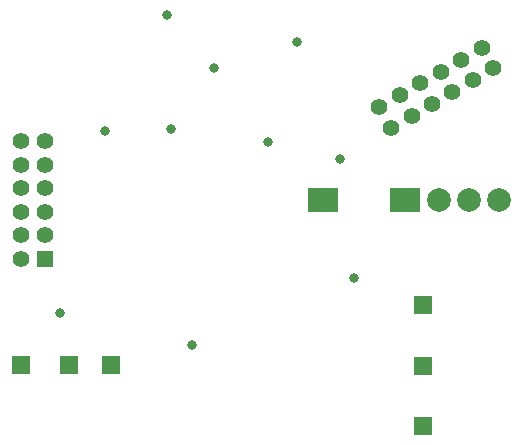
<source format=gbs>
G04 #@! TF.FileFunction,Soldermask,Bot*
%FSLAX45Y45*%
G04 Gerber Fmt 4.5, Leading zero omitted, Abs format (unit mm)*
G04 Created by KiCad (PCBNEW 4.0.5-e0-6337~49~ubuntu14.04.1) date Wed Mar  1 14:01:14 2017*
%MOMM*%
%LPD*%
G01*
G04 APERTURE LIST*
%ADD10C,0.150000*%
%ADD11R,1.500000X1.500000*%
%ADD12C,1.400000*%
%ADD13R,1.400000X1.400000*%
%ADD14C,0.800000*%
%ADD15C,2.000000*%
%ADD16R,2.500000X2.000000*%
G04 APERTURE END LIST*
D10*
D11*
X9306800Y-7847000D03*
D12*
X6104800Y-6544000D03*
X6104800Y-6744000D03*
D13*
X6104800Y-6944000D03*
D12*
X6104800Y-6344000D03*
X6104800Y-6144000D03*
X6104800Y-5944000D03*
X5904800Y-5944000D03*
X5904800Y-6144000D03*
X5904800Y-6344000D03*
X5904800Y-6544000D03*
X5904800Y-6744000D03*
X5904800Y-6944000D03*
D11*
X5904800Y-7844000D03*
X6304800Y-7844000D03*
X6664800Y-7844000D03*
X9306800Y-8354000D03*
X9306800Y-7334000D03*
D14*
X6614800Y-5864000D03*
X7534800Y-5324000D03*
X8604800Y-6094000D03*
X7174800Y-5844000D03*
X8724800Y-7104000D03*
X6232800Y-7402000D03*
X8234800Y-5104000D03*
X7349800Y-7669000D03*
X7137400Y-4881880D03*
X7995920Y-5953760D03*
D15*
X9444800Y-6444000D03*
X9698800Y-6444000D03*
X9952800Y-6444000D03*
D16*
X9154800Y-6444000D03*
X8454800Y-6444000D03*
D12*
X9454800Y-5357398D03*
X9628005Y-5257398D03*
X9801210Y-5157398D03*
X9281595Y-5457398D03*
X9108390Y-5557398D03*
X8935185Y-5657397D03*
X9035185Y-5830602D03*
X9208390Y-5730602D03*
X9381595Y-5630602D03*
X9554800Y-5530603D03*
X9728005Y-5430603D03*
X9901210Y-5330603D03*
M02*

</source>
